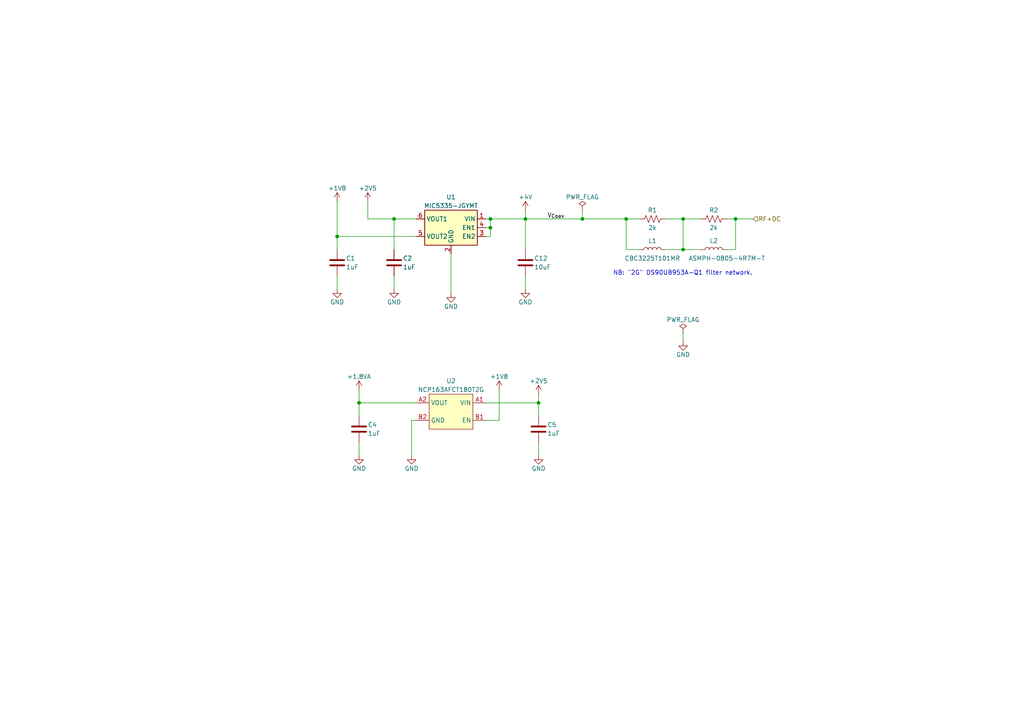
<source format=kicad_sch>
(kicad_sch (version 20230121) (generator eeschema)
  (paper "A4")
  (title_block (title "ONIX Neuropixels 2.0 Economical Headstage") (date "2021-12-16") (rev "B") (company "Open Ephys, Inc") (comment 1 "Jonathan P. Newman"))
  (lib_symbols
    (symbol "Device:C" (pin_numbers hide) (pin_names (offset 0.254))
      (property "Reference" "C" (at 0.635 2.54 0))
      (property "Value" "C" (at 0.635 -2.54 0))
      (symbol "C_0_1"
        (polyline (pts (xy -2.032 -0.762) (xy 2.032 -0.762)) (stroke (width 0.508)))
        (polyline (pts (xy -2.032 0.762) (xy 2.032 0.762)) (stroke (width 0.508)))
      )
      (symbol "C_1_1"
        (pin passive line (at 0 3.81 270) (length 2.794) (name "~") (number "1"))
        (pin passive line (at 0 -3.81 90) (length 2.794) (name "~") (number "2"))
      )
    )
    (symbol "Device:L" (pin_numbers hide) (pin_names (offset 1.016) hide)
      (property "Reference" "L" (at -1.27 0 90))
      (property "Value" "L" (at 1.905 0 90))
      (symbol "L_0_1"
        (arc (start 0 -2.54) (mid 0.6323 -1.905) (end 0 -1.27))
        (arc (start 0 -1.27) (mid 0.6323 -0.635) (end 0 0))
        (arc (start 0 0) (mid 0.6323 0.635) (end 0 1.27))
        (arc (start 0 1.27) (mid 0.6323 1.905) (end 0 2.54))
      )
      (symbol "L_1_1"
        (pin passive line (at 0 3.81 270) (length 1.27) (name "1") (number "1"))
        (pin passive line (at 0 -3.81 90) (length 1.27) (name "2") (number "2"))
      )
    )
    (symbol "Device:R_US" (pin_numbers hide) (pin_names (offset 0))
      (property "Reference" "R" (at 2.54 0 90))
      (property "Value" "R_US" (at -2.54 0 90))
      (symbol "R_US_0_1"
        (polyline (pts (xy 0 -2.286) (xy 0 -2.54)))
        (polyline (pts (xy 0 2.286) (xy 0 2.54)))
        (polyline (pts (xy 0 -0.762) (xy 1.016 -1.143) (xy 0 -1.524) (xy -1.016 -1.905) (xy 0 -2.286)))
        (polyline (pts (xy 0 0.762) (xy 1.016 0.381) (xy 0 0) (xy -1.016 -0.381) (xy 0 -0.762)))
        (polyline (pts (xy 0 2.286) (xy 1.016 1.905) (xy 0 1.524) (xy -1.016 1.143) (xy 0 0.762)))
      )
      (symbol "R_US_1_1"
        (pin passive line (at 0 3.81 270) (length 1.27) (name "~") (number "1"))
        (pin passive line (at 0 -3.81 90) (length 1.27) (name "~") (number "2"))
      )
    )
    (symbol "jonnew:+1.8VA" (power) (pin_names (offset 0))
      (property "Value" "+1.8VA" (at 0 3.556 0))
      (symbol "+1.8VA_0_1"
        (polyline (pts (xy -0.762 1.27) (xy 0 2.54)))
        (polyline (pts (xy 0 0) (xy 0 2.54)))
        (polyline (pts (xy 0 2.54) (xy 0.762 1.27)))
      )
      (symbol "+1.8VA_1_1"
        (pin power_in line (at 0 0 90) (length 0) hide (name "+1.8VA") (number "1"))
      )
    )
    (symbol "jonnew:LDO_EN"
      (property "Reference" "U" (at 0 8.89 0))
      (property "Value" "LDO_EN" (at 0 6.35 0))
      (symbol "LDO_EN_0_1"
        (rectangle (start -6.35 5.08) (end 6.35 -5.08) (stroke (width 0.1524)) (fill (type background)))
      )
      (symbol "LDO_EN_1_1"
        (pin power_in line (at -10.16 2.54 0) (length 3.81) (name "VIN") (number "A1"))
        (pin power_out line (at 10.16 2.54 180) (length 3.81) (name "VOUT") (number "A2"))
        (pin input line (at -10.16 -2.54 0) (length 3.81) (name "EN") (number "B1"))
        (pin power_in line (at 10.16 -2.54 180) (length 3.81) (name "GND") (number "B2"))
      )
    )
    (symbol "jonnew:MIC5335-xxxMT"
      (property "Reference" "U" (at 0 8.89 0))
      (property "Value" "MIC5335-xxxMT" (at 0 6.35 0))
      (symbol "MIC5335-xxxMT_0_1"
        (rectangle (start -7.62 5.08) (end 7.62 -5.08) (stroke (width 0.254)) (fill (type background)))
      )
      (symbol "MIC5335-xxxMT_1_0"
        (pin passive line (at 0 -7.62 90) (length 2.54) hide (name "GND") (number "7"))
      )
      (symbol "MIC5335-xxxMT_1_1"
        (pin power_in line (at -10.16 2.54 0) (length 2.54) (name "VIN") (number "1"))
        (pin power_in line (at 0 -7.62 90) (length 2.54) (name "GND") (number "2"))
        (pin input line (at -10.16 -2.54 0) (length 2.54) (name "EN2") (number "3"))
        (pin input line (at -10.16 0 0) (length 2.54) (name "EN1") (number "4"))
        (pin power_out line (at 10.16 -2.54 180) (length 2.54) (name "VOUT2") (number "5"))
        (pin power_out line (at 10.16 2.54 180) (length 2.54) (name "VOUT1") (number "6"))
      )
    )
    (symbol "power:+1V8" (power) (pin_names (offset 0))
      (property "Value" "+1V8" (at 0 3.556 0))
      (symbol "+1V8_0_1"
        (polyline (pts (xy -0.762 1.27) (xy 0 2.54)))
        (polyline (pts (xy 0 0) (xy 0 2.54)))
        (polyline (pts (xy 0 2.54) (xy 0.762 1.27)))
      )
      (symbol "+1V8_1_1"
        (pin power_in line (at 0 0 90) (length 0) hide (name "+1V8") (number "1"))
      )
    )
    (symbol "power:+2V5" (power) (pin_names (offset 0))
      (property "Value" "+2V5" (at 0 3.556 0))
      (symbol "+2V5_0_1"
        (polyline (pts (xy -0.762 1.27) (xy 0 2.54)))
        (polyline (pts (xy 0 0) (xy 0 2.54)))
        (polyline (pts (xy 0 2.54) (xy 0.762 1.27)))
      )
      (symbol "+2V5_1_1"
        (pin power_in line (at 0 0 90) (length 0) hide (name "+2V5") (number "1"))
      )
    )
    (symbol "power:+4V" (power) (pin_names (offset 0))
      (property "Value" "+4V" (at 0 3.556 0))
      (symbol "+4V_0_1"
        (polyline (pts (xy -0.762 1.27) (xy 0 2.54)))
        (polyline (pts (xy 0 0) (xy 0 2.54)))
        (polyline (pts (xy 0 2.54) (xy 0.762 1.27)))
      )
      (symbol "+4V_1_1"
        (pin power_in line (at 0 0 90) (length 0) hide (name "+4V") (number "1"))
      )
    )
    (symbol "power:GND" (power) (pin_names (offset 0))
      (property "Value" "GND" (at 0 -3.81 0))
      (symbol "GND_0_1"
        (polyline (pts (xy 0 0) (xy 0 -1.27) (xy 1.27 -1.27) (xy 0 -2.54) (xy -1.27 -1.27) (xy 0 -1.27)))
      )
      (symbol "GND_1_1"
        (pin power_in line (at 0 0 270) (length 0) hide (name "GND") (number "1"))
      )
    )
    (symbol "power:PWR_FLAG" (power) (pin_numbers hide) (pin_names (offset 0) hide)
      (property "Value" "PWR_FLAG" (at 0 3.81 0))
      (symbol "PWR_FLAG_0_0"
        (pin power_out line (at 0 0 90) (length 0) (name "pwr") (number "1"))
      )
      (symbol "PWR_FLAG_0_1"
        (polyline (pts (xy 0 0) (xy 0 1.27) (xy -1.016 1.905) (xy 0 2.54) (xy 1.016 1.905) (xy 0 1.27)))
      )
    )
  )
  (junction (at 142.24 66.04))
  (junction (at 213.36 63.5))
  (junction (at 142.24 63.5))
  (junction (at 168.91 63.5))
  (junction (at 181.61 63.5))
  (junction (at 97.79 68.58))
  (junction (at 152.4 63.5))
  (junction (at 198.12 63.5))
  (junction (at 104.14 116.84))
  (junction (at 114.3 63.5))
  (junction (at 198.12 72.39))
  (junction (at 156.21 116.84))
  (wire (pts (xy 185.42 72.39) (xy 181.61 72.39)))
  (wire (pts (xy 181.61 72.39) (xy 181.61 63.5)))
  (wire (pts (xy 168.91 60.96) (xy 168.91 63.5)))
  (wire (pts (xy 198.12 63.5) (xy 203.2 63.5)))
  (wire (pts (xy 193.04 63.5) (xy 198.12 63.5)))
  (wire (pts (xy 210.82 63.5) (xy 213.36 63.5)))
  (wire (pts (xy 213.36 72.39) (xy 210.82 72.39)))
  (wire (pts (xy 213.36 63.5) (xy 213.36 72.39)))
  (wire (pts (xy 144.78 113.03) (xy 144.78 121.92)))
  (wire (pts (xy 114.3 80.01) (xy 114.3 83.82)))
  (wire (pts (xy 152.4 63.5) (xy 168.91 63.5)))
  (wire (pts (xy 193.04 72.39) (xy 198.12 72.39)))
  (wire (pts (xy 198.12 72.39) (xy 203.2 72.39)))
  (wire (pts (xy 142.24 66.04) (xy 142.24 63.5)))
  (wire (pts (xy 142.24 63.5) (xy 152.4 63.5)))
  (wire (pts (xy 156.21 114.3) (xy 156.21 116.84)))
  (wire (pts (xy 104.14 116.84) (xy 120.65 116.84)))
  (wire (pts (xy 198.12 96.52) (xy 198.12 99.06)))
  (wire (pts (xy 142.24 68.58) (xy 142.24 66.04)))
  (wire (pts (xy 104.14 128.27) (xy 104.14 132.08)))
  (wire (pts (xy 144.78 121.92) (xy 140.97 121.92)))
  (wire (pts (xy 168.91 63.5) (xy 181.61 63.5)))
  (wire (pts (xy 97.79 80.01) (xy 97.79 83.82)))
  (wire (pts (xy 119.38 121.92) (xy 119.38 132.08)))
  (wire (pts (xy 106.68 63.5) (xy 114.3 63.5)))
  (wire (pts (xy 181.61 63.5) (xy 185.42 63.5)))
  (wire (pts (xy 140.97 63.5) (xy 142.24 63.5)))
  (wire (pts (xy 106.68 58.42) (xy 106.68 63.5)))
  (wire (pts (xy 156.21 128.27) (xy 156.21 132.08)))
  (wire (pts (xy 97.79 68.58) (xy 120.65 68.58)))
  (wire (pts (xy 213.36 63.5) (xy 218.44 63.5)))
  (wire (pts (xy 114.3 63.5) (xy 114.3 72.39)))
  (wire (pts (xy 114.3 63.5) (xy 120.65 63.5)))
  (wire (pts (xy 104.14 113.03) (xy 104.14 116.84)))
  (wire (pts (xy 140.97 68.58) (xy 142.24 68.58)))
  (wire (pts (xy 152.4 60.96) (xy 152.4 63.5)))
  (wire (pts (xy 198.12 63.5) (xy 198.12 72.39)))
  (wire (pts (xy 104.14 116.84) (xy 104.14 120.65)))
  (wire (pts (xy 140.97 116.84) (xy 156.21 116.84)))
  (wire (pts (xy 97.79 58.42) (xy 97.79 68.58)))
  (wire (pts (xy 130.81 73.66) (xy 130.81 85.09)))
  (wire (pts (xy 152.4 80.01) (xy 152.4 83.82)))
  (wire (pts (xy 152.4 63.5) (xy 152.4 72.39)))
  (wire (pts (xy 120.65 121.92) (xy 119.38 121.92)))
  (wire (pts (xy 156.21 116.84) (xy 156.21 120.65)))
  (wire (pts (xy 97.79 68.58) (xy 97.79 72.39)))
  (wire (pts (xy 140.97 66.04) (xy 142.24 66.04)))
  (text "NB: \"2G\" DS90UB953A-Q1 filter network." (at 177.8 80.01 0) (effects (font (size 1.27 1.27)) (justify left bottom)))
  (label "V_{Coax}" (at 158.75 63.5 0))
  (hierarchical_label "RF+DC" (shape input) (at 218.44 63.5 0))
  (symbol (lib_id "jonnew:+1.8VA") (at 104.14 113.03 0) (unit 1)
    (property "Reference" "#PWR011" (effects hide))
    (property "Value" "+1.8VA" (at 104.14 109.22 0))
  )
  (symbol (lib_id "power:GND") (at 198.12 99.06 0) (unit 1)
    (property "Reference" "#PWR010" (effects hide))
    (property "Value" "GND" (at 198.12 102.87 0))
  )
  (symbol (lib_id "power:+2V5") (at 106.68 58.42 0) (unit 1)
    (property "Reference" "#PWR04" (effects hide))
    (property "Value" "+2V5" (at 106.68 54.61 0))
  )
  (symbol (lib_id "Device:C") (at 156.21 124.46 0) (unit 1)
    (property "Reference" "C5" (at 158.75 123.19 0) (effects (justify left)))
    (property "Value" "1uF" (at 158.75 125.73 0) (effects (justify left)))
    (property "Footprint" "Capacitor_SMD:C_0201_0603Metric" (effects hide))
    (property "Voltage" "10V" (effects hide))
    (property "TempCo" "X5R" (effects hide))
    (property "CASE/PACKAGE" "0201" (effects hide))
  )
  (symbol (lib_id "power:GND") (at 97.79 83.82 0) (unit 1)
    (property "Reference" "#PWR06" (effects hide))
    (property "Value" "GND" (at 97.79 87.63 0))
  )
  (symbol (lib_id "power:+1V8") (at 144.78 113.03 0) (unit 1)
    (property "Reference" "#PWR012" (effects hide))
    (property "Value" "+1V8" (at 144.78 109.22 0))
  )
  (symbol (lib_id "power:PWR_FLAG") (at 198.12 96.52 0) (unit 1)
    (property "Reference" "#FLG02" (effects hide))
    (property "Value" "PWR_FLAG" (at 198.12 92.71 0))
  )
  (symbol (lib_id "Device:L") (at 207.01 72.39 270) (mirror x) (unit 1)
    (property "Reference" "L2" (at 207.01 69.85 90))
    (property "Value" "ASMPH-0805-4R7M-T" (at 210.82 74.93 90))
    (property "Footprint" "Inductor_SMD:L_0805_2012Metric" (effects hide))
    (property "CASE/PACKAGE" "0805" (effects hide))
  )
  (symbol (lib_id "jonnew:MIC5335-xxxMT") (at 130.81 66.04 0) (mirror y) (unit 1)
    (property "Reference" "U1" (at 130.81 57.15 0))
    (property "Value" "MIC5335-JGYMT" (at 130.81 59.69 0))
    (property "Footprint" "jonnew:MICROCHIP_TDFN-6-1EP_1.6x1.6mm_P0.5mm_EP0.5x1.4mm" (effects hide))
    (property "Datasheet" "https://ww1.microchip.com/downloads/en/DeviceDoc/MIC5335-Dual-Channel-High-Performance-300mA-microCap-ULDO-DS20006039A.pdf" (effects hide))
  )
  (symbol (lib_id "Device:C") (at 114.3 76.2 0) (unit 1)
    (property "Reference" "C2" (at 116.84 74.93 0) (effects (justify left)))
    (property "Value" "1uF" (at 116.84 77.47 0) (effects (justify left)))
    (property "Footprint" "Capacitor_SMD:C_0201_0603Metric" (effects hide))
    (property "TempCo" "X5R" (effects hide))
    (property "Voltage" "10V" (effects hide))
    (property "CASE/PACKAGE" "0201" (effects hide))
  )
  (symbol (lib_id "power:GND") (at 156.21 132.08 0) (unit 1)
    (property "Reference" "#PWR016" (effects hide))
    (property "Value" "GND" (at 156.21 135.89 0))
  )
  (symbol (lib_id "power:GND") (at 119.38 132.08 0) (unit 1)
    (property "Reference" "#PWR015" (effects hide))
    (property "Value" "GND" (at 119.38 135.89 0))
  )
  (symbol (lib_id "power:GND") (at 130.81 85.09 0) (unit 1)
    (property "Reference" "#PWR09" (effects hide))
    (property "Value" "GND" (at 130.81 88.9 0))
  )
  (symbol (lib_id "power:+1V8") (at 97.79 58.42 0) (unit 1)
    (property "Reference" "#PWR03" (effects hide))
    (property "Value" "+1V8" (at 97.79 54.61 0))
  )
  (symbol (lib_id "power:GND") (at 104.14 132.08 0) (unit 1)
    (property "Reference" "#PWR014" (effects hide))
    (property "Value" "GND" (at 104.14 135.89 0))
  )
  (symbol (lib_id "Device:C") (at 104.14 124.46 0) (unit 1)
    (property "Reference" "C4" (at 106.68 123.19 0) (effects (justify left)))
    (property "Value" "1uF" (at 106.68 125.73 0) (effects (justify left)))
    (property "Footprint" "Capacitor_SMD:C_0201_0603Metric" (effects hide))
    (property "TempCo" "X5R" (effects hide))
    (property "Voltage" "10V" (effects hide))
    (property "CASE/PACKAGE" "0201" (effects hide))
  )
  (symbol (lib_id "Device:C") (at 97.79 76.2 0) (unit 1)
    (property "Reference" "C1" (at 100.33 74.93 0) (effects (justify left)))
    (property "Value" "1uF" (at 100.33 77.47 0) (effects (justify left)))
    (property "Footprint" "Capacitor_SMD:C_0201_0603Metric" (effects hide))
    (property "TempCo" "X5R" (effects hide))
    (property "Voltage" "10V" (effects hide))
    (property "CASE/PACKAGE" "0201" (effects hide))
  )
  (symbol (lib_id "power:PWR_FLAG") (at 168.91 60.96 0) (unit 1)
    (property "Reference" "#FLG01" (effects hide))
    (property "Value" "PWR_FLAG" (at 168.91 57.15 0))
  )
  (symbol (lib_id "power:+4V") (at 152.4 60.96 0) (unit 1)
    (property "Reference" "#PWR05" (effects hide))
    (property "Value" "+4V" (at 152.4 57.15 0))
  )
  (symbol (lib_id "Device:R_US") (at 189.23 63.5 90) (unit 1)
    (property "Reference" "R1" (at 189.23 60.96 90))
    (property "Value" "2k" (at 189.23 66.04 90))
    (property "Footprint" "Resistor_SMD:R_0201_0603Metric" (effects hide))
    (property "CASE/PACKAGE" "0201" (effects hide))
    (property "Tolerance" "1%" (effects hide))
  )
  (symbol (lib_id "jonnew:LDO_EN") (at 130.81 119.38 0) (mirror y) (unit 1)
    (property "Reference" "U2" (at 130.81 110.49 0))
    (property "Value" "NCP163AFCT180T2G" (at 130.81 113.03 0))
    (property "Footprint" "jonnew:ONSEMI_567JZ_WLCSP4-0.64x0.64" (effects hide))
  )
  (symbol (lib_id "Device:R_US") (at 207.01 63.5 90) (unit 1)
    (property "Reference" "R2" (at 207.01 60.96 90))
    (property "Value" "2k" (at 207.01 66.04 90))
    (property "Footprint" "Resistor_SMD:R_0201_0603Metric" (effects hide))
    (property "CASE/PACKAGE" "0201" (effects hide))
    (property "Tolerance" "1%" (effects hide))
  )
  (symbol (lib_id "power:GND") (at 152.4 83.82 0) (unit 1)
    (property "Reference" "#PWR08" (effects hide))
    (property "Value" "GND" (at 152.4 87.63 0))
  )
  (symbol (lib_id "power:+2V5") (at 156.21 114.3 0) (unit 1)
    (property "Reference" "#PWR013" (effects hide))
    (property "Value" "+2V5" (at 156.21 110.49 0))
  )
  (symbol (lib_id "power:GND") (at 114.3 83.82 0) (unit 1)
    (property "Reference" "#PWR07" (effects hide))
    (property "Value" "GND" (at 114.3 87.63 0))
  )
  (symbol (lib_id "Device:C") (at 152.4 76.2 0) (unit 1)
    (property "Reference" "C12" (at 154.94 74.93 0) (effects (justify left)))
    (property "Value" "10uF" (at 154.94 77.47 0) (effects (justify left)))
    (property "Footprint" "Capacitor_SMD:C_0402_1005Metric" (effects hide))
    (property "TempCo" "X5R" (effects hide))
    (property "Voltage" "10V" (effects hide))
    (property "CASE/PACKAGE" "0402" (effects hide))
    (instances (project "headstage-neuropix2e" (path "" (reference "C12") (unit 1)) (path "" (reference "C3") (unit 1))))
  )
  (symbol (lib_id "Device:L") (at 189.23 72.39 90) (unit 1)
    (property "Reference" "L1" (at 189.23 69.85 90))
    (property "Value" "CBC3225T101MR" (at 189.23 74.93 90))
    (property "Footprint" "Inductor_SMD:L_1210_3225Metric" (effects hide))
    (property "CASE/PACKAGE" "1210" (effects hide))
  )
)
</source>
